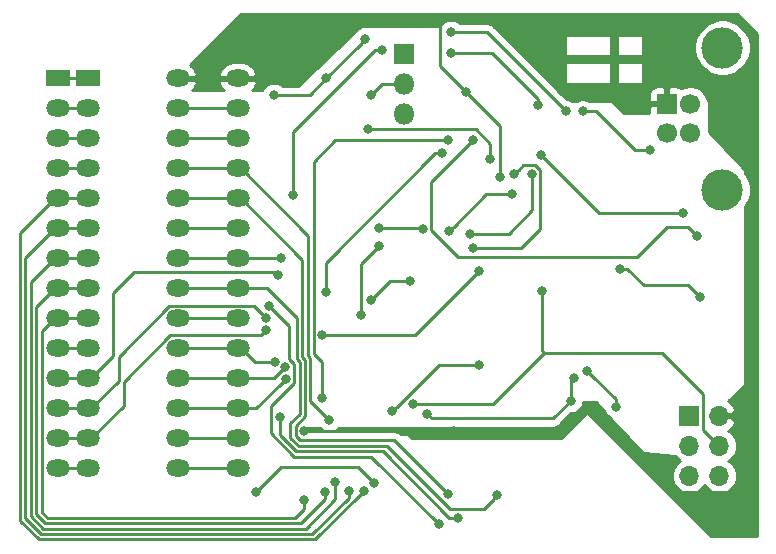
<source format=gbl>
G04 #@! TF.GenerationSoftware,KiCad,Pcbnew,(5.1.0)-1*
G04 #@! TF.CreationDate,2019-05-24T23:33:48-04:00*
G04 #@! TF.ProjectId,f-ramune_avr,662d7261-6d75-46e6-955f-6176722e6b69,rev?*
G04 #@! TF.SameCoordinates,Original*
G04 #@! TF.FileFunction,Copper,L2,Bot*
G04 #@! TF.FilePolarity,Positive*
%FSLAX46Y46*%
G04 Gerber Fmt 4.6, Leading zero omitted, Abs format (unit mm)*
G04 Created by KiCad (PCBNEW (5.1.0)-1) date 2019-05-24 23:33:48*
%MOMM*%
%LPD*%
G04 APERTURE LIST*
%ADD10O,2.000000X1.440000*%
%ADD11R,2.000000X1.440000*%
%ADD12R,1.700000X1.700000*%
%ADD13C,1.700000*%
%ADD14C,3.500000*%
%ADD15O,1.700000X1.700000*%
%ADD16O,1.800000X1.800000*%
%ADD17R,1.800000X1.800000*%
%ADD18C,0.800000*%
%ADD19C,0.250000*%
%ADD20C,0.254000*%
G04 APERTURE END LIST*
D10*
X117221000Y-121920000D03*
X107061000Y-121920000D03*
X117221000Y-119380000D03*
X107061000Y-119380000D03*
X117221000Y-116840000D03*
X107061000Y-116840000D03*
X117221000Y-114300000D03*
X107061000Y-114300000D03*
X117221000Y-111760000D03*
X107061000Y-111760000D03*
X117221000Y-109220000D03*
X107061000Y-109220000D03*
X117221000Y-106680000D03*
X107061000Y-106680000D03*
X117221000Y-104140000D03*
X107061000Y-104140000D03*
X117221000Y-101600000D03*
X107061000Y-101600000D03*
X117221000Y-99060000D03*
X107061000Y-99060000D03*
X117221000Y-96520000D03*
X107061000Y-96520000D03*
X117221000Y-93980000D03*
X107061000Y-93980000D03*
X117221000Y-91440000D03*
X107061000Y-91440000D03*
X117221000Y-88900000D03*
D11*
X107061000Y-88900000D03*
D10*
X117221000Y-88900000D03*
X117221000Y-91440000D03*
X117221000Y-93980000D03*
X117221000Y-96520000D03*
X117221000Y-99060000D03*
X117221000Y-101600000D03*
X117221000Y-104140000D03*
X117221000Y-106680000D03*
X117221000Y-109220000D03*
X117221000Y-111760000D03*
X117221000Y-114300000D03*
X117221000Y-116840000D03*
X117221000Y-119380000D03*
X117221000Y-121920000D03*
X117221000Y-121920000D03*
X117221000Y-119380000D03*
X117221000Y-116840000D03*
X117221000Y-114300000D03*
X117221000Y-111760000D03*
X117221000Y-109220000D03*
X117221000Y-106680000D03*
X117221000Y-104140000D03*
X117221000Y-101600000D03*
X117221000Y-99060000D03*
X117221000Y-96520000D03*
X117221000Y-93980000D03*
X117221000Y-91440000D03*
X117221000Y-88900000D03*
X117221000Y-88900000D03*
X117221000Y-91440000D03*
X117221000Y-93980000D03*
X117221000Y-96520000D03*
X117221000Y-99060000D03*
X117221000Y-101600000D03*
X117221000Y-104140000D03*
X117221000Y-106680000D03*
X117221000Y-109220000D03*
X117221000Y-111760000D03*
X117221000Y-114300000D03*
X117221000Y-116840000D03*
X117221000Y-119380000D03*
X117221000Y-121920000D03*
D11*
X109601000Y-88900000D03*
D10*
X109601000Y-91440000D03*
X109601000Y-93980000D03*
X109601000Y-96520000D03*
X109601000Y-99060000D03*
X109601000Y-101600000D03*
X109601000Y-104140000D03*
X109601000Y-106680000D03*
X109601000Y-109220000D03*
X109601000Y-111760000D03*
X109601000Y-114300000D03*
X109601000Y-116840000D03*
X109601000Y-119380000D03*
X109601000Y-121920000D03*
X122301000Y-121920000D03*
X122301000Y-119380000D03*
X122301000Y-116840000D03*
X122301000Y-114300000D03*
X122301000Y-111760000D03*
X122301000Y-109220000D03*
X122301000Y-106680000D03*
X122301000Y-104140000D03*
X122301000Y-101600000D03*
X122301000Y-99060000D03*
X122301000Y-96520000D03*
X122301000Y-93980000D03*
X122301000Y-91440000D03*
X122301000Y-88900000D03*
X122301000Y-88900000D03*
X122301000Y-91440000D03*
X122301000Y-93980000D03*
X122301000Y-96520000D03*
X122301000Y-99060000D03*
X122301000Y-101600000D03*
X122301000Y-104140000D03*
X122301000Y-106680000D03*
X122301000Y-109220000D03*
X122301000Y-111760000D03*
X122301000Y-114300000D03*
X122301000Y-116840000D03*
X122301000Y-119380000D03*
X122301000Y-121920000D03*
X122301000Y-121920000D03*
X122301000Y-119380000D03*
X122301000Y-116840000D03*
X122301000Y-114300000D03*
X122301000Y-111760000D03*
X122301000Y-109220000D03*
X122301000Y-106680000D03*
X122301000Y-104140000D03*
X122301000Y-101600000D03*
X122301000Y-99060000D03*
X122301000Y-96520000D03*
X122301000Y-93980000D03*
X122301000Y-91440000D03*
X122301000Y-88900000D03*
X122301000Y-88900000D03*
X122301000Y-91440000D03*
X122301000Y-93980000D03*
X122301000Y-96520000D03*
X122301000Y-99060000D03*
X122301000Y-101600000D03*
X122301000Y-104140000D03*
X122301000Y-106680000D03*
X122301000Y-109220000D03*
X122301000Y-111760000D03*
X122301000Y-114300000D03*
X122301000Y-116840000D03*
X122301000Y-119380000D03*
X122301000Y-121920000D03*
D12*
X158623000Y-91059000D03*
D13*
X158623000Y-93559000D03*
X160623000Y-93559000D03*
X160623000Y-91059000D03*
D14*
X163333000Y-86289000D03*
X163333000Y-98329000D03*
D12*
X160528000Y-117475000D03*
D15*
X163068000Y-117475000D03*
X160528000Y-120015000D03*
X163068000Y-120015000D03*
X160528000Y-122555000D03*
X163068000Y-122555000D03*
D16*
X136398000Y-91948000D03*
X136398000Y-89408000D03*
D17*
X136398000Y-86868000D03*
D18*
X151892000Y-116713000D03*
X140589000Y-118745000D03*
X127932043Y-118745000D03*
X141605014Y-90043000D03*
X144526000Y-97281996D03*
X161417000Y-107442000D03*
X154686000Y-105029000D03*
X134239000Y-101599990D03*
X137958990Y-101623402D03*
X132715000Y-108966000D03*
X134239000Y-103124000D03*
X151511000Y-91694000D03*
X154305000Y-116713000D03*
X151892000Y-113665000D03*
X157226026Y-94996000D03*
X137160000Y-116459000D03*
X148082000Y-106934006D03*
X150495000Y-116205000D03*
X150749013Y-114300013D03*
X138339961Y-117274011D03*
X133603992Y-90297000D03*
X150114000Y-91694000D03*
X140335000Y-84963000D03*
X133096000Y-85598000D03*
X129794000Y-88900000D03*
X125349000Y-90297000D03*
X142748002Y-113156994D03*
X135382000Y-117094000D03*
X133858000Y-123190000D03*
X123856571Y-123903151D03*
X132969000Y-123825000D03*
X131699000Y-123825000D03*
X130556000Y-123063000D03*
X129667000Y-123952000D03*
X127889000Y-124587000D03*
X130048002Y-117856000D03*
X139308196Y-126624512D03*
X124967988Y-108204000D03*
X140970000Y-126111006D03*
X125857000Y-117602000D03*
X144272000Y-124205988D03*
X140081000Y-124079000D03*
X140081000Y-94107010D03*
X129463988Y-115951000D03*
X139573000Y-95250000D03*
X129753655Y-106983665D03*
X124677010Y-110236000D03*
X142240000Y-103287990D03*
X145669000Y-97028000D03*
X129445021Y-110617000D03*
X126343998Y-114368686D03*
X142706128Y-105205978D03*
X147193000Y-97028000D03*
X124714000Y-109220000D03*
X141958724Y-102034147D03*
X126302624Y-113369530D03*
X136901340Y-106040340D03*
X133604000Y-107659010D03*
X125730000Y-105537000D03*
X140208000Y-101854000D03*
X145542000Y-98715990D03*
X125410497Y-112917719D03*
X140335000Y-86741000D03*
X147701000Y-91186000D03*
X134493000Y-86487000D03*
X127000000Y-98806000D03*
X125983998Y-104140000D03*
X143637000Y-95758000D03*
X133350000Y-93218000D03*
X142240000Y-94106998D03*
X161162998Y-102234998D03*
X160020000Y-100330000D03*
X147955000Y-95394032D03*
D19*
X118471000Y-88900000D02*
X122301000Y-88900000D01*
X117221000Y-88900000D02*
X118471000Y-88900000D01*
X123551000Y-88900000D02*
X122301000Y-88900000D01*
X128631000Y-83820000D02*
X123551000Y-88900000D01*
X158623000Y-91059000D02*
X158623000Y-89959000D01*
X149860000Y-118745000D02*
X151892000Y-116713000D01*
X140589000Y-118745000D02*
X149860000Y-118745000D01*
X139446000Y-83820000D02*
X128631000Y-83820000D01*
X140589000Y-118745000D02*
X128454685Y-118745000D01*
X128454685Y-118745000D02*
X127932043Y-118745000D01*
X152291999Y-117112999D02*
X151892000Y-116713000D01*
X159131000Y-123952000D02*
X152291999Y-117112999D01*
X161060000Y-123952000D02*
X159639000Y-123952000D01*
X159639000Y-123952000D02*
X159131000Y-123952000D01*
X139446000Y-83820000D02*
X139446000Y-87883986D01*
X141205015Y-89643001D02*
X141605014Y-90043000D01*
X139446000Y-87883986D02*
X141205015Y-89643001D01*
X141605014Y-90043000D02*
X144526000Y-92963986D01*
X144526000Y-96716311D02*
X144526000Y-97281996D01*
X144526000Y-92963986D02*
X144526000Y-96716311D01*
X164465000Y-123952000D02*
X159639000Y-123952000D01*
X165735000Y-122682000D02*
X164465000Y-123952000D01*
X165735000Y-119253000D02*
X165735000Y-122682000D01*
X163068000Y-117475000D02*
X163957000Y-117475000D01*
X163957000Y-117475000D02*
X165735000Y-119253000D01*
X165989000Y-115443000D02*
X163957000Y-117475000D01*
X165989000Y-93091000D02*
X165989000Y-115443000D01*
X162052000Y-89154000D02*
X165989000Y-93091000D01*
X158623000Y-89959000D02*
X158623000Y-89154000D01*
X158623000Y-89154000D02*
X162052000Y-89154000D01*
X156083000Y-83820000D02*
X139446000Y-83820000D01*
X158623000Y-89959000D02*
X158623000Y-86360000D01*
X158623000Y-86360000D02*
X156083000Y-83820000D01*
X155251685Y-105029000D02*
X154686000Y-105029000D01*
X156648685Y-106426000D02*
X155251685Y-105029000D01*
X161417000Y-107442000D02*
X160401000Y-106426000D01*
X160401000Y-106426000D02*
X156648685Y-106426000D01*
X137935578Y-101599990D02*
X137958990Y-101623402D01*
X134239000Y-101599990D02*
X137935578Y-101599990D01*
X132715000Y-104648000D02*
X134239000Y-103124000D01*
X132715000Y-108966000D02*
X132715000Y-104648000D01*
X152291999Y-114064999D02*
X151892000Y-113665000D01*
X154305000Y-116078000D02*
X152291999Y-114064999D01*
X154305000Y-116713000D02*
X154305000Y-116078000D01*
X157226000Y-94996000D02*
X157226026Y-94996000D01*
X155956000Y-94996000D02*
X157226000Y-94996000D01*
X151511000Y-91694000D02*
X152654000Y-91694000D01*
X152654000Y-91694000D02*
X155956000Y-94996000D01*
X158242000Y-112141000D02*
X148209000Y-112141000D01*
X161703001Y-115602001D02*
X158242000Y-112141000D01*
X163068000Y-120015000D02*
X161703001Y-118650001D01*
X161703001Y-118650001D02*
X161703001Y-115602001D01*
X143891000Y-116459000D02*
X137725685Y-116459000D01*
X137725685Y-116459000D02*
X137160000Y-116459000D01*
X148209000Y-112141000D02*
X143891000Y-116459000D01*
X148082000Y-107499691D02*
X148082000Y-106934006D01*
X148082000Y-112014000D02*
X148082000Y-107499691D01*
X148209000Y-112141000D02*
X148082000Y-112014000D01*
X150495000Y-116205000D02*
X150495000Y-114554026D01*
X150495000Y-114554026D02*
X150749013Y-114300013D01*
X149025990Y-117674010D02*
X138739960Y-117674010D01*
X150495000Y-116205000D02*
X149025990Y-117674010D01*
X138739960Y-117674010D02*
X138339961Y-117274011D01*
X108311000Y-121920000D02*
X109601000Y-121920000D01*
X107061000Y-121920000D02*
X108311000Y-121920000D01*
X134003991Y-89897001D02*
X133603992Y-90297000D01*
X134492992Y-89408000D02*
X134003991Y-89897001D01*
X136398000Y-89408000D02*
X134492992Y-89408000D01*
X121051000Y-109220000D02*
X117221000Y-109220000D01*
X122301000Y-109220000D02*
X121051000Y-109220000D01*
X150114000Y-91694000D02*
X143383000Y-84963000D01*
X143383000Y-84963000D02*
X140335000Y-84963000D01*
X140335000Y-84963000D02*
X140335000Y-84963000D01*
X133096000Y-85598000D02*
X132696001Y-85997999D01*
X132696001Y-85997999D02*
X129794000Y-88900000D01*
X129794000Y-88900000D02*
X129794000Y-88900000D01*
X128397000Y-90297000D02*
X129794000Y-88900000D01*
X125349000Y-90297000D02*
X128397000Y-90297000D01*
X108311000Y-111760000D02*
X109601000Y-111760000D01*
X107061000Y-111760000D02*
X108311000Y-111760000D01*
X135781999Y-116694001D02*
X135382000Y-117094000D01*
X139319006Y-113156994D02*
X135781999Y-116694001D01*
X142748002Y-113156994D02*
X139319006Y-113156994D01*
X107061000Y-93980000D02*
X109601000Y-93980000D01*
X108351000Y-96520000D02*
X107061000Y-96520000D01*
X109601000Y-96520000D02*
X108351000Y-96520000D01*
X125966722Y-121793000D02*
X123856571Y-123903151D01*
X133858000Y-123190000D02*
X132461000Y-121793000D01*
X132461000Y-121793000D02*
X125966722Y-121793000D01*
X107061000Y-99060000D02*
X109601000Y-99060000D01*
X103855010Y-126334010D02*
X105440990Y-127919990D01*
X103855010Y-101985990D02*
X103855010Y-126334010D01*
X106781000Y-99060000D02*
X103855010Y-101985990D01*
X107061000Y-99060000D02*
X106781000Y-99060000D01*
X132569001Y-124224999D02*
X132969000Y-123825000D01*
X128874010Y-127919990D02*
X132569001Y-124224999D01*
X105440990Y-127919990D02*
X128874010Y-127919990D01*
X108351000Y-101600000D02*
X107061000Y-101600000D01*
X109601000Y-101600000D02*
X108351000Y-101600000D01*
X104305020Y-126147610D02*
X105627390Y-127469980D01*
X104305020Y-104075980D02*
X104305020Y-126147610D01*
X105627390Y-127469980D02*
X128619705Y-127469980D01*
X131699000Y-124390685D02*
X131699000Y-123825000D01*
X128619705Y-127469980D02*
X131699000Y-124390685D01*
X107061000Y-101600000D02*
X106781000Y-101600000D01*
X106781000Y-101600000D02*
X104305020Y-104075980D01*
X108311000Y-104140000D02*
X109601000Y-104140000D01*
X107061000Y-104140000D02*
X108311000Y-104140000D01*
X128053715Y-127019970D02*
X130556000Y-124517685D01*
X107061000Y-104140000D02*
X106781000Y-104140000D01*
X104755030Y-106165970D02*
X104755030Y-125961210D01*
X104755030Y-125961210D02*
X105813790Y-127019970D01*
X130556000Y-124517685D02*
X130556000Y-123628685D01*
X130556000Y-123628685D02*
X130556000Y-123063000D01*
X106781000Y-104140000D02*
X104755030Y-106165970D01*
X105813790Y-127019970D02*
X128053715Y-127019970D01*
X108351000Y-106680000D02*
X107061000Y-106680000D01*
X109601000Y-106680000D02*
X108351000Y-106680000D01*
X127614725Y-126569960D02*
X129667000Y-124517685D01*
X105205040Y-125774810D02*
X106000190Y-126569960D01*
X106000190Y-126569960D02*
X127614725Y-126569960D01*
X105205040Y-108255960D02*
X105205040Y-125774810D01*
X106781000Y-106680000D02*
X105205040Y-108255960D01*
X107061000Y-106680000D02*
X106781000Y-106680000D01*
X129667000Y-124517685D02*
X129667000Y-123952000D01*
X108311000Y-109220000D02*
X109601000Y-109220000D01*
X107061000Y-109220000D02*
X108311000Y-109220000D01*
X127889000Y-125349000D02*
X127889000Y-124587000D01*
X106781000Y-109220000D02*
X105735990Y-110265010D01*
X107061000Y-109220000D02*
X106781000Y-109220000D01*
X105735990Y-110265010D02*
X105735990Y-125669350D01*
X105735990Y-125669350D02*
X106186590Y-126119950D01*
X106186590Y-126119950D02*
X127118050Y-126119950D01*
X127118050Y-126119950D02*
X127889000Y-125349000D01*
X122301000Y-96520000D02*
X117221000Y-96520000D01*
X128440035Y-116248033D02*
X129648003Y-117456001D01*
X122581000Y-96520000D02*
X128270000Y-102209000D01*
X128270000Y-102209000D02*
X128270000Y-112381291D01*
X128440035Y-112551326D02*
X128440035Y-116248033D01*
X122301000Y-96520000D02*
X122581000Y-96520000D01*
X128270000Y-112381291D02*
X128440035Y-112551326D01*
X129648003Y-117456001D02*
X130048002Y-117856000D01*
X108311000Y-88900000D02*
X109601000Y-88900000D01*
X107061000Y-88900000D02*
X108311000Y-88900000D01*
X117221000Y-93980000D02*
X122301000Y-93980000D01*
X126651774Y-109887786D02*
X125367987Y-108603999D01*
X126651774Y-112672298D02*
X126651774Y-109887786D01*
X127090002Y-113110526D02*
X126651774Y-112672298D01*
X125095000Y-118933233D02*
X125095000Y-116643004D01*
X127076786Y-120915019D02*
X125095000Y-118933233D01*
X133598705Y-120915021D02*
X127076786Y-120915019D01*
X139308196Y-126624512D02*
X133598705Y-120915021D01*
X125095000Y-116643004D02*
X127090002Y-114648002D01*
X125367987Y-108603999D02*
X124967988Y-108204000D01*
X127090002Y-114648002D02*
X127090002Y-113110526D01*
X109601000Y-91440000D02*
X107061000Y-91440000D01*
X122301000Y-101600000D02*
X117221000Y-101600000D01*
X125857000Y-118167685D02*
X125857000Y-117602000D01*
X125857000Y-119058823D02*
X125857000Y-118167685D01*
X134562011Y-120465011D02*
X127263187Y-120465010D01*
X140208006Y-126111006D02*
X134562011Y-120465011D01*
X140970000Y-126111006D02*
X140208006Y-126111006D01*
X127263187Y-120465010D02*
X125857000Y-119058823D01*
X118471000Y-106680000D02*
X122301000Y-106680000D01*
X117221000Y-106680000D02*
X118471000Y-106680000D01*
X126757022Y-119322434D02*
X127449588Y-120015000D01*
X122301000Y-106680000D02*
X124771004Y-106680000D01*
X124771004Y-106680000D02*
X127307012Y-109216008D01*
X126757022Y-118098978D02*
X126757022Y-119322434D01*
X127449588Y-120015000D02*
X134943998Y-120015000D01*
X127540013Y-117315987D02*
X126757022Y-118098978D01*
X127540013Y-112924126D02*
X127540013Y-117315987D01*
X127307012Y-112691125D02*
X127540013Y-112924126D01*
X127307012Y-109216008D02*
X127307012Y-112691125D01*
X134943998Y-120015000D02*
X140277998Y-125349000D01*
X140277998Y-125349000D02*
X143128988Y-125349000D01*
X143128988Y-125349000D02*
X143872001Y-124605987D01*
X143872001Y-124605987D02*
X144272000Y-124205988D01*
X117221000Y-99060000D02*
X122301000Y-99060000D01*
X139681001Y-123679001D02*
X140081000Y-124079000D01*
X135509000Y-119507000D02*
X139681001Y-123679001D01*
X127207033Y-119136035D02*
X127577998Y-119507000D01*
X127577998Y-119507000D02*
X135509000Y-119507000D01*
X127990024Y-112737726D02*
X127990024Y-117502387D01*
X127757023Y-112504725D02*
X127990024Y-112737726D01*
X127757023Y-104236023D02*
X127757023Y-112504725D01*
X127990024Y-117502387D02*
X127207033Y-118285377D01*
X122581000Y-99060000D02*
X127757023Y-104236023D01*
X122301000Y-99060000D02*
X122581000Y-99060000D01*
X127207033Y-118285377D02*
X127207033Y-119136035D01*
X118471000Y-121920000D02*
X122301000Y-121920000D01*
X117221000Y-121920000D02*
X118471000Y-121920000D01*
X129463988Y-112938868D02*
X129463988Y-115385315D01*
X128720011Y-95942989D02*
X128720011Y-112194891D01*
X128720011Y-112194891D02*
X129463988Y-112938868D01*
X129463988Y-115385315D02*
X129463988Y-115951000D01*
X130555990Y-94107010D02*
X128720011Y-95942989D01*
X140081000Y-94107010D02*
X130555990Y-94107010D01*
X121051000Y-119380000D02*
X117221000Y-119380000D01*
X122301000Y-119380000D02*
X121051000Y-119380000D01*
X129753655Y-104503660D02*
X129753655Y-106417980D01*
X129753655Y-106417980D02*
X129753655Y-106983665D01*
X139007315Y-95250000D02*
X129753655Y-104503660D01*
X139573000Y-95250000D02*
X139007315Y-95250000D01*
X109601000Y-119380000D02*
X107061000Y-119380000D01*
X124277011Y-110635999D02*
X124677010Y-110236000D01*
X112660020Y-116600980D02*
X112660020Y-114563113D01*
X116587134Y-110635999D02*
X124277011Y-110635999D01*
X112660020Y-114563113D02*
X116587134Y-110635999D01*
X109601000Y-119380000D02*
X109881000Y-119380000D01*
X109881000Y-119380000D02*
X112660020Y-116600980D01*
X146267010Y-103287990D02*
X147918001Y-101636999D01*
X142240000Y-103287990D02*
X146267010Y-103287990D01*
X147918001Y-101636999D02*
X147918001Y-96679999D01*
X147918001Y-96679999D02*
X147485003Y-96247001D01*
X147485003Y-96247001D02*
X146449999Y-96247001D01*
X146068999Y-96628001D02*
X145669000Y-97028000D01*
X146449999Y-96247001D02*
X146068999Y-96628001D01*
X118471000Y-116840000D02*
X122301000Y-116840000D01*
X117221000Y-116840000D02*
X118471000Y-116840000D01*
X125943999Y-114768685D02*
X126343998Y-114368686D01*
X122301000Y-116840000D02*
X123872684Y-116840000D01*
X123872684Y-116840000D02*
X125943999Y-114768685D01*
X129445021Y-110617000D02*
X137295106Y-110617000D01*
X142306129Y-105605977D02*
X142706128Y-105205978D01*
X137295106Y-110617000D02*
X142306129Y-105605977D01*
X107061000Y-116840000D02*
X109601000Y-116840000D01*
X123668990Y-108174990D02*
X124314001Y-108820001D01*
X124314001Y-108820001D02*
X124714000Y-109220000D01*
X112210010Y-114510990D02*
X112210010Y-112473123D01*
X109881000Y-116840000D02*
X112210010Y-114510990D01*
X109601000Y-116840000D02*
X109881000Y-116840000D01*
X116508143Y-108174990D02*
X123668990Y-108174990D01*
X112210010Y-112473123D02*
X116508143Y-108174990D01*
X142524409Y-102034147D02*
X141958724Y-102034147D01*
X145234853Y-102034147D02*
X142524409Y-102034147D01*
X147193000Y-97028000D02*
X147193000Y-100076000D01*
X147193000Y-100076000D02*
X145234853Y-102034147D01*
X122301000Y-114300000D02*
X117221000Y-114300000D01*
X125372154Y-114300000D02*
X125902625Y-113769529D01*
X122301000Y-114300000D02*
X125372154Y-114300000D01*
X125902625Y-113769529D02*
X126302624Y-113369530D01*
X134003999Y-107259011D02*
X133604000Y-107659010D01*
X136901340Y-106040340D02*
X135222670Y-106040340D01*
X135222670Y-106040340D02*
X134003999Y-107259011D01*
X108351000Y-114300000D02*
X107061000Y-114300000D01*
X109601000Y-114300000D02*
X108351000Y-114300000D01*
X125476000Y-105283000D02*
X125730000Y-105537000D01*
X113538000Y-105283000D02*
X125476000Y-105283000D01*
X111760000Y-107061000D02*
X113538000Y-105283000D01*
X111760000Y-112421000D02*
X111760000Y-107061000D01*
X109601000Y-114300000D02*
X109881000Y-114300000D01*
X109881000Y-114300000D02*
X111760000Y-112421000D01*
X140607999Y-101454001D02*
X140208000Y-101854000D01*
X143346010Y-98715990D02*
X140607999Y-101454001D01*
X145542000Y-98715990D02*
X143346010Y-98715990D01*
X117221000Y-111760000D02*
X122301000Y-111760000D01*
X123738719Y-112917719D02*
X124844812Y-112917719D01*
X122301000Y-111760000D02*
X122581000Y-111760000D01*
X122581000Y-111760000D02*
X123738719Y-112917719D01*
X124844812Y-112917719D02*
X125410497Y-112917719D01*
X117221000Y-104140000D02*
X122301000Y-104140000D01*
X140900685Y-86741000D02*
X140335000Y-86741000D01*
X143821685Y-86741000D02*
X140900685Y-86741000D01*
X147701000Y-90620315D02*
X143821685Y-86741000D01*
X147701000Y-91186000D02*
X147701000Y-90620315D01*
X133927315Y-86487000D02*
X127000000Y-93414315D01*
X134493000Y-86487000D02*
X133927315Y-86487000D01*
X127000000Y-93414315D02*
X127000000Y-98806000D01*
X127000000Y-98806000D02*
X127000000Y-98806000D01*
X122301000Y-104140000D02*
X125983998Y-104140000D01*
X117221000Y-91440000D02*
X122301000Y-91440000D01*
X142424004Y-93218000D02*
X143637000Y-94430996D01*
X133350000Y-93218000D02*
X142424004Y-93218000D01*
X143637000Y-94430996D02*
X143637000Y-95758000D01*
X160401000Y-101473000D02*
X161162998Y-102234998D01*
X138684000Y-97662998D02*
X138684000Y-101727000D01*
X142240000Y-94106998D02*
X138684000Y-97662998D01*
X138684000Y-101727000D02*
X140970000Y-104013000D01*
X140970000Y-104013000D02*
X156083000Y-104013000D01*
X156083000Y-104013000D02*
X158623000Y-101473000D01*
X158623000Y-101473000D02*
X160401000Y-101473000D01*
X160020000Y-100330000D02*
X152890968Y-100330000D01*
X148354999Y-95794031D02*
X147955000Y-95394032D01*
X152890968Y-100330000D02*
X148354999Y-95794031D01*
D20*
G36*
X166218000Y-85109381D02*
G01*
X166218001Y-127610000D01*
X162333606Y-127610000D01*
X151981803Y-117258197D01*
X151962557Y-117242403D01*
X151940601Y-117230667D01*
X151916776Y-117223440D01*
X151892000Y-117221000D01*
X151867224Y-117223440D01*
X151843399Y-117230667D01*
X151821443Y-117242403D01*
X151802197Y-117258197D01*
X149680394Y-119380000D01*
X137085606Y-119380000D01*
X136741803Y-119036197D01*
X136722557Y-119020403D01*
X136700601Y-119008667D01*
X136676776Y-119001440D01*
X136652000Y-118999000D01*
X136075801Y-118999000D01*
X136072804Y-118996003D01*
X136049001Y-118966999D01*
X135933276Y-118872026D01*
X135801247Y-118801454D01*
X135657986Y-118757997D01*
X135546333Y-118747000D01*
X135546322Y-118747000D01*
X135509000Y-118743324D01*
X135471678Y-118747000D01*
X130577477Y-118747000D01*
X130707776Y-118659937D01*
X130851939Y-118515774D01*
X130868492Y-118491000D01*
X149098000Y-118491000D01*
X149122776Y-118488560D01*
X149146601Y-118481333D01*
X149168557Y-118469597D01*
X149187803Y-118453803D01*
X149237585Y-118404021D01*
X149318237Y-118379556D01*
X149450266Y-118308984D01*
X149565991Y-118214011D01*
X149589794Y-118185007D01*
X150534802Y-117240000D01*
X150596939Y-117240000D01*
X150796898Y-117200226D01*
X150985256Y-117122205D01*
X151154774Y-117008937D01*
X151298937Y-116864774D01*
X151412205Y-116695256D01*
X151490226Y-116506898D01*
X151525015Y-116332000D01*
X152599127Y-116332000D01*
X153363162Y-117143787D01*
X153387795Y-117203256D01*
X153501063Y-117372774D01*
X153645226Y-117516937D01*
X153814744Y-117630205D01*
X153824943Y-117634430D01*
X156625519Y-120610041D01*
X156644277Y-120626411D01*
X156665868Y-120638807D01*
X156689462Y-120646752D01*
X156706291Y-120649459D01*
X159326753Y-120892094D01*
X159472866Y-121070134D01*
X159698986Y-121255706D01*
X159753791Y-121285000D01*
X159698986Y-121314294D01*
X159472866Y-121499866D01*
X159287294Y-121725986D01*
X159149401Y-121983966D01*
X159064487Y-122263889D01*
X159035815Y-122555000D01*
X159064487Y-122846111D01*
X159149401Y-123126034D01*
X159287294Y-123384014D01*
X159472866Y-123610134D01*
X159698986Y-123795706D01*
X159956966Y-123933599D01*
X160236889Y-124018513D01*
X160455050Y-124040000D01*
X160600950Y-124040000D01*
X160819111Y-124018513D01*
X161099034Y-123933599D01*
X161357014Y-123795706D01*
X161583134Y-123610134D01*
X161768706Y-123384014D01*
X161798000Y-123329209D01*
X161827294Y-123384014D01*
X162012866Y-123610134D01*
X162238986Y-123795706D01*
X162496966Y-123933599D01*
X162776889Y-124018513D01*
X162995050Y-124040000D01*
X163140950Y-124040000D01*
X163359111Y-124018513D01*
X163639034Y-123933599D01*
X163897014Y-123795706D01*
X164123134Y-123610134D01*
X164308706Y-123384014D01*
X164446599Y-123126034D01*
X164531513Y-122846111D01*
X164560185Y-122555000D01*
X164531513Y-122263889D01*
X164446599Y-121983966D01*
X164308706Y-121725986D01*
X164123134Y-121499866D01*
X163897014Y-121314294D01*
X163842209Y-121285000D01*
X163897014Y-121255706D01*
X164123134Y-121070134D01*
X164308706Y-120844014D01*
X164446599Y-120586034D01*
X164531513Y-120306111D01*
X164560185Y-120015000D01*
X164531513Y-119723889D01*
X164446599Y-119443966D01*
X164308706Y-119185986D01*
X164123134Y-118959866D01*
X163897014Y-118774294D01*
X163832477Y-118739799D01*
X163949355Y-118670178D01*
X164165588Y-118475269D01*
X164339641Y-118241920D01*
X164464825Y-117979099D01*
X164509476Y-117831890D01*
X164388155Y-117602000D01*
X163195000Y-117602000D01*
X163195000Y-117622000D01*
X162941000Y-117622000D01*
X162941000Y-117602000D01*
X162921000Y-117602000D01*
X162921000Y-117348000D01*
X162941000Y-117348000D01*
X162941000Y-117328000D01*
X163195000Y-117328000D01*
X163195000Y-117348000D01*
X164388155Y-117348000D01*
X164509476Y-117118110D01*
X164464825Y-116970901D01*
X164339641Y-116708080D01*
X164165588Y-116474731D01*
X163949355Y-116279822D01*
X163779723Y-116178777D01*
X163788429Y-116171972D01*
X165185429Y-114901972D01*
X165202121Y-114883500D01*
X165214888Y-114862127D01*
X165223240Y-114838673D01*
X165227000Y-114808000D01*
X165227000Y-99787315D01*
X165446560Y-99458721D01*
X165626346Y-99024679D01*
X165718000Y-98563902D01*
X165718000Y-98094098D01*
X165626346Y-97633321D01*
X165446560Y-97199279D01*
X165227000Y-96870685D01*
X165227000Y-96647000D01*
X165224560Y-96622224D01*
X165217333Y-96598399D01*
X165205597Y-96576443D01*
X165191616Y-96559048D01*
X162179000Y-93420906D01*
X162179000Y-90805000D01*
X162176560Y-90780224D01*
X162169333Y-90756399D01*
X162157597Y-90734443D01*
X162141803Y-90715197D01*
X162049860Y-90623254D01*
X161938990Y-90355589D01*
X161776475Y-90112368D01*
X161569632Y-89905525D01*
X161326411Y-89743010D01*
X161056158Y-89631068D01*
X160769260Y-89574000D01*
X160476740Y-89574000D01*
X160189842Y-89631068D01*
X159919589Y-89743010D01*
X159912178Y-89747962D01*
X159827494Y-89678463D01*
X159717180Y-89619498D01*
X159597482Y-89583188D01*
X159473000Y-89570928D01*
X158908750Y-89574000D01*
X158750000Y-89732750D01*
X158750000Y-90932000D01*
X158770000Y-90932000D01*
X158770000Y-91186000D01*
X158750000Y-91186000D01*
X158750000Y-91206000D01*
X158496000Y-91206000D01*
X158496000Y-91186000D01*
X157296750Y-91186000D01*
X157138000Y-91344750D01*
X157135407Y-91821000D01*
X154992606Y-91821000D01*
X154013803Y-90842197D01*
X153994557Y-90826403D01*
X153972601Y-90814667D01*
X153948776Y-90807440D01*
X153924000Y-90805000D01*
X152043468Y-90805000D01*
X152001256Y-90776795D01*
X151812898Y-90698774D01*
X151612939Y-90659000D01*
X151409061Y-90659000D01*
X151209102Y-90698774D01*
X151020744Y-90776795D01*
X150978532Y-90805000D01*
X150646468Y-90805000D01*
X150604256Y-90776795D01*
X150415898Y-90698774D01*
X150215939Y-90659000D01*
X150153803Y-90659000D01*
X149703803Y-90209000D01*
X157134928Y-90209000D01*
X157138000Y-90773250D01*
X157296750Y-90932000D01*
X158496000Y-90932000D01*
X158496000Y-89732750D01*
X158337250Y-89574000D01*
X157773000Y-89570928D01*
X157648518Y-89583188D01*
X157528820Y-89619498D01*
X157418506Y-89678463D01*
X157321815Y-89757815D01*
X157242463Y-89854506D01*
X157183498Y-89964820D01*
X157147188Y-90084518D01*
X157134928Y-90209000D01*
X149703803Y-90209000D01*
X147124803Y-87630000D01*
X149987000Y-87630000D01*
X149987000Y-89281000D01*
X149989440Y-89305776D01*
X149996667Y-89329601D01*
X150008403Y-89351557D01*
X150024197Y-89370803D01*
X150043443Y-89386597D01*
X150065399Y-89398333D01*
X150089224Y-89405560D01*
X150114000Y-89408000D01*
X153797000Y-89408000D01*
X153821776Y-89405560D01*
X153845601Y-89398333D01*
X153867557Y-89386597D01*
X153886803Y-89370803D01*
X153902597Y-89351557D01*
X153914333Y-89329601D01*
X153921560Y-89305776D01*
X153924000Y-89281000D01*
X153924000Y-87630000D01*
X154432000Y-87630000D01*
X154432000Y-89281000D01*
X154434440Y-89305776D01*
X154441667Y-89329601D01*
X154453403Y-89351557D01*
X154469197Y-89370803D01*
X154488443Y-89386597D01*
X154510399Y-89398333D01*
X154534224Y-89405560D01*
X154559000Y-89408000D01*
X156464000Y-89408000D01*
X156488776Y-89405560D01*
X156512601Y-89398333D01*
X156534557Y-89386597D01*
X156553803Y-89370803D01*
X156569597Y-89351557D01*
X156581333Y-89329601D01*
X156588560Y-89305776D01*
X156591000Y-89281000D01*
X156591000Y-87630000D01*
X156588560Y-87605224D01*
X156581333Y-87581399D01*
X156569597Y-87559443D01*
X156553803Y-87540197D01*
X156534557Y-87524403D01*
X156512601Y-87512667D01*
X156488776Y-87505440D01*
X156464000Y-87503000D01*
X154559000Y-87503000D01*
X154534224Y-87505440D01*
X154510399Y-87512667D01*
X154488443Y-87524403D01*
X154469197Y-87540197D01*
X154453403Y-87559443D01*
X154441667Y-87581399D01*
X154434440Y-87605224D01*
X154432000Y-87630000D01*
X153924000Y-87630000D01*
X153921560Y-87605224D01*
X153914333Y-87581399D01*
X153902597Y-87559443D01*
X153886803Y-87540197D01*
X153867557Y-87524403D01*
X153845601Y-87512667D01*
X153821776Y-87505440D01*
X153797000Y-87503000D01*
X150114000Y-87503000D01*
X150089224Y-87505440D01*
X150065399Y-87512667D01*
X150043443Y-87524403D01*
X150024197Y-87540197D01*
X150008403Y-87559443D01*
X149996667Y-87581399D01*
X149989440Y-87605224D01*
X149987000Y-87630000D01*
X147124803Y-87630000D01*
X144838802Y-85344000D01*
X149987000Y-85344000D01*
X149987000Y-86868000D01*
X149989440Y-86892776D01*
X149996667Y-86916601D01*
X150008403Y-86938557D01*
X150024197Y-86957803D01*
X150043443Y-86973597D01*
X150065399Y-86985333D01*
X150089224Y-86992560D01*
X150114000Y-86995000D01*
X153797000Y-86995000D01*
X153821776Y-86992560D01*
X153845601Y-86985333D01*
X153867557Y-86973597D01*
X153886803Y-86957803D01*
X153902597Y-86938557D01*
X153914333Y-86916601D01*
X153921560Y-86892776D01*
X153924000Y-86868000D01*
X153924000Y-85344000D01*
X154432000Y-85344000D01*
X154432000Y-86868000D01*
X154434440Y-86892776D01*
X154441667Y-86916601D01*
X154453403Y-86938557D01*
X154469197Y-86957803D01*
X154488443Y-86973597D01*
X154510399Y-86985333D01*
X154534224Y-86992560D01*
X154559000Y-86995000D01*
X156464000Y-86995000D01*
X156488776Y-86992560D01*
X156512601Y-86985333D01*
X156534557Y-86973597D01*
X156553803Y-86957803D01*
X156569597Y-86938557D01*
X156581333Y-86916601D01*
X156588560Y-86892776D01*
X156591000Y-86868000D01*
X156591000Y-86054098D01*
X160948000Y-86054098D01*
X160948000Y-86523902D01*
X161039654Y-86984679D01*
X161219440Y-87418721D01*
X161480450Y-87809349D01*
X161812651Y-88141550D01*
X162203279Y-88402560D01*
X162637321Y-88582346D01*
X163098098Y-88674000D01*
X163567902Y-88674000D01*
X164028679Y-88582346D01*
X164462721Y-88402560D01*
X164853349Y-88141550D01*
X165185550Y-87809349D01*
X165446560Y-87418721D01*
X165626346Y-86984679D01*
X165718000Y-86523902D01*
X165718000Y-86054098D01*
X165626346Y-85593321D01*
X165446560Y-85159279D01*
X165185550Y-84768651D01*
X164853349Y-84436450D01*
X164462721Y-84175440D01*
X164028679Y-83995654D01*
X163567902Y-83904000D01*
X163098098Y-83904000D01*
X162637321Y-83995654D01*
X162203279Y-84175440D01*
X161812651Y-84436450D01*
X161480450Y-84768651D01*
X161219440Y-85159279D01*
X161039654Y-85593321D01*
X160948000Y-86054098D01*
X156591000Y-86054098D01*
X156591000Y-85344000D01*
X156588560Y-85319224D01*
X156581333Y-85295399D01*
X156569597Y-85273443D01*
X156553803Y-85254197D01*
X156534557Y-85238403D01*
X156512601Y-85226667D01*
X156488776Y-85219440D01*
X156464000Y-85217000D01*
X154559000Y-85217000D01*
X154534224Y-85219440D01*
X154510399Y-85226667D01*
X154488443Y-85238403D01*
X154469197Y-85254197D01*
X154453403Y-85273443D01*
X154441667Y-85295399D01*
X154434440Y-85319224D01*
X154432000Y-85344000D01*
X153924000Y-85344000D01*
X153921560Y-85319224D01*
X153914333Y-85295399D01*
X153902597Y-85273443D01*
X153886803Y-85254197D01*
X153867557Y-85238403D01*
X153845601Y-85226667D01*
X153821776Y-85219440D01*
X153797000Y-85217000D01*
X150114000Y-85217000D01*
X150089224Y-85219440D01*
X150065399Y-85226667D01*
X150043443Y-85238403D01*
X150024197Y-85254197D01*
X150008403Y-85273443D01*
X149996667Y-85295399D01*
X149989440Y-85319224D01*
X149987000Y-85344000D01*
X144838802Y-85344000D01*
X143946804Y-84452003D01*
X143923001Y-84422999D01*
X143807276Y-84328026D01*
X143675247Y-84257454D01*
X143531986Y-84213997D01*
X143420333Y-84203000D01*
X143420322Y-84203000D01*
X143383000Y-84199324D01*
X143345678Y-84203000D01*
X141038711Y-84203000D01*
X140994774Y-84159063D01*
X140825256Y-84045795D01*
X140636898Y-83967774D01*
X140436939Y-83928000D01*
X140233061Y-83928000D01*
X140033102Y-83967774D01*
X139844744Y-84045795D01*
X139675226Y-84159063D01*
X139531063Y-84303226D01*
X139429651Y-84455000D01*
X132842000Y-84455000D01*
X132817224Y-84457440D01*
X132793399Y-84464667D01*
X132771443Y-84476403D01*
X132755274Y-84489223D01*
X127355327Y-89537000D01*
X126052711Y-89537000D01*
X126008774Y-89493063D01*
X125839256Y-89379795D01*
X125650898Y-89301774D01*
X125450939Y-89262000D01*
X125247061Y-89262000D01*
X125047102Y-89301774D01*
X124858744Y-89379795D01*
X124689226Y-89493063D01*
X124545063Y-89637226D01*
X124431795Y-89806744D01*
X124386539Y-89916000D01*
X123479859Y-89916000D01*
X123628933Y-89768327D01*
X123778199Y-89547201D01*
X123881458Y-89301203D01*
X123893559Y-89236472D01*
X123770489Y-89027000D01*
X122428000Y-89027000D01*
X122428000Y-89047000D01*
X122174000Y-89047000D01*
X122174000Y-89027000D01*
X120831511Y-89027000D01*
X120708441Y-89236472D01*
X120720542Y-89301203D01*
X120823801Y-89547201D01*
X120973067Y-89768327D01*
X121122141Y-89916000D01*
X118399859Y-89916000D01*
X118548933Y-89768327D01*
X118698199Y-89547201D01*
X118801458Y-89301203D01*
X118813559Y-89236472D01*
X118690489Y-89027000D01*
X117348000Y-89027000D01*
X117348000Y-89047000D01*
X117094000Y-89047000D01*
X117094000Y-89027000D01*
X117074000Y-89027000D01*
X117074000Y-88773000D01*
X117094000Y-88773000D01*
X117094000Y-88753000D01*
X117348000Y-88753000D01*
X117348000Y-88773000D01*
X118690489Y-88773000D01*
X118813559Y-88563528D01*
X120708441Y-88563528D01*
X120831511Y-88773000D01*
X122174000Y-88773000D01*
X122174000Y-88753000D01*
X122428000Y-88753000D01*
X122428000Y-88773000D01*
X123770489Y-88773000D01*
X123893559Y-88563528D01*
X123881458Y-88498797D01*
X123778199Y-88252799D01*
X123628933Y-88031673D01*
X123439395Y-87843916D01*
X123216869Y-87696744D01*
X122969907Y-87595812D01*
X122708000Y-87545000D01*
X121894000Y-87545000D01*
X121632093Y-87595812D01*
X121385131Y-87696744D01*
X121162605Y-87843916D01*
X120973067Y-88031673D01*
X120823801Y-88252799D01*
X120720542Y-88498797D01*
X120708441Y-88563528D01*
X118813559Y-88563528D01*
X118801458Y-88498797D01*
X118698199Y-88252799D01*
X118548933Y-88031673D01*
X118359395Y-87843916D01*
X118265072Y-87781534D01*
X122582606Y-83464000D01*
X164572620Y-83464000D01*
X166218000Y-85109381D01*
X166218000Y-85109381D01*
G37*
X166218000Y-85109381D02*
X166218001Y-127610000D01*
X162333606Y-127610000D01*
X151981803Y-117258197D01*
X151962557Y-117242403D01*
X151940601Y-117230667D01*
X151916776Y-117223440D01*
X151892000Y-117221000D01*
X151867224Y-117223440D01*
X151843399Y-117230667D01*
X151821443Y-117242403D01*
X151802197Y-117258197D01*
X149680394Y-119380000D01*
X137085606Y-119380000D01*
X136741803Y-119036197D01*
X136722557Y-119020403D01*
X136700601Y-119008667D01*
X136676776Y-119001440D01*
X136652000Y-118999000D01*
X136075801Y-118999000D01*
X136072804Y-118996003D01*
X136049001Y-118966999D01*
X135933276Y-118872026D01*
X135801247Y-118801454D01*
X135657986Y-118757997D01*
X135546333Y-118747000D01*
X135546322Y-118747000D01*
X135509000Y-118743324D01*
X135471678Y-118747000D01*
X130577477Y-118747000D01*
X130707776Y-118659937D01*
X130851939Y-118515774D01*
X130868492Y-118491000D01*
X149098000Y-118491000D01*
X149122776Y-118488560D01*
X149146601Y-118481333D01*
X149168557Y-118469597D01*
X149187803Y-118453803D01*
X149237585Y-118404021D01*
X149318237Y-118379556D01*
X149450266Y-118308984D01*
X149565991Y-118214011D01*
X149589794Y-118185007D01*
X150534802Y-117240000D01*
X150596939Y-117240000D01*
X150796898Y-117200226D01*
X150985256Y-117122205D01*
X151154774Y-117008937D01*
X151298937Y-116864774D01*
X151412205Y-116695256D01*
X151490226Y-116506898D01*
X151525015Y-116332000D01*
X152599127Y-116332000D01*
X153363162Y-117143787D01*
X153387795Y-117203256D01*
X153501063Y-117372774D01*
X153645226Y-117516937D01*
X153814744Y-117630205D01*
X153824943Y-117634430D01*
X156625519Y-120610041D01*
X156644277Y-120626411D01*
X156665868Y-120638807D01*
X156689462Y-120646752D01*
X156706291Y-120649459D01*
X159326753Y-120892094D01*
X159472866Y-121070134D01*
X159698986Y-121255706D01*
X159753791Y-121285000D01*
X159698986Y-121314294D01*
X159472866Y-121499866D01*
X159287294Y-121725986D01*
X159149401Y-121983966D01*
X159064487Y-122263889D01*
X159035815Y-122555000D01*
X159064487Y-122846111D01*
X159149401Y-123126034D01*
X159287294Y-123384014D01*
X159472866Y-123610134D01*
X159698986Y-123795706D01*
X159956966Y-123933599D01*
X160236889Y-124018513D01*
X160455050Y-124040000D01*
X160600950Y-124040000D01*
X160819111Y-124018513D01*
X161099034Y-123933599D01*
X161357014Y-123795706D01*
X161583134Y-123610134D01*
X161768706Y-123384014D01*
X161798000Y-123329209D01*
X161827294Y-123384014D01*
X162012866Y-123610134D01*
X162238986Y-123795706D01*
X162496966Y-123933599D01*
X162776889Y-124018513D01*
X162995050Y-124040000D01*
X163140950Y-124040000D01*
X163359111Y-124018513D01*
X163639034Y-123933599D01*
X163897014Y-123795706D01*
X164123134Y-123610134D01*
X164308706Y-123384014D01*
X164446599Y-123126034D01*
X164531513Y-122846111D01*
X164560185Y-122555000D01*
X164531513Y-122263889D01*
X164446599Y-121983966D01*
X164308706Y-121725986D01*
X164123134Y-121499866D01*
X163897014Y-121314294D01*
X163842209Y-121285000D01*
X163897014Y-121255706D01*
X164123134Y-121070134D01*
X164308706Y-120844014D01*
X164446599Y-120586034D01*
X164531513Y-120306111D01*
X164560185Y-120015000D01*
X164531513Y-119723889D01*
X164446599Y-119443966D01*
X164308706Y-119185986D01*
X164123134Y-118959866D01*
X163897014Y-118774294D01*
X163832477Y-118739799D01*
X163949355Y-118670178D01*
X164165588Y-118475269D01*
X164339641Y-118241920D01*
X164464825Y-117979099D01*
X164509476Y-117831890D01*
X164388155Y-117602000D01*
X163195000Y-117602000D01*
X163195000Y-117622000D01*
X162941000Y-117622000D01*
X162941000Y-117602000D01*
X162921000Y-117602000D01*
X162921000Y-117348000D01*
X162941000Y-117348000D01*
X162941000Y-117328000D01*
X163195000Y-117328000D01*
X163195000Y-117348000D01*
X164388155Y-117348000D01*
X164509476Y-117118110D01*
X164464825Y-116970901D01*
X164339641Y-116708080D01*
X164165588Y-116474731D01*
X163949355Y-116279822D01*
X163779723Y-116178777D01*
X163788429Y-116171972D01*
X165185429Y-114901972D01*
X165202121Y-114883500D01*
X165214888Y-114862127D01*
X165223240Y-114838673D01*
X165227000Y-114808000D01*
X165227000Y-99787315D01*
X165446560Y-99458721D01*
X165626346Y-99024679D01*
X165718000Y-98563902D01*
X165718000Y-98094098D01*
X165626346Y-97633321D01*
X165446560Y-97199279D01*
X165227000Y-96870685D01*
X165227000Y-96647000D01*
X165224560Y-96622224D01*
X165217333Y-96598399D01*
X165205597Y-96576443D01*
X165191616Y-96559048D01*
X162179000Y-93420906D01*
X162179000Y-90805000D01*
X162176560Y-90780224D01*
X162169333Y-90756399D01*
X162157597Y-90734443D01*
X162141803Y-90715197D01*
X162049860Y-90623254D01*
X161938990Y-90355589D01*
X161776475Y-90112368D01*
X161569632Y-89905525D01*
X161326411Y-89743010D01*
X161056158Y-89631068D01*
X160769260Y-89574000D01*
X160476740Y-89574000D01*
X160189842Y-89631068D01*
X159919589Y-89743010D01*
X159912178Y-89747962D01*
X159827494Y-89678463D01*
X159717180Y-89619498D01*
X159597482Y-89583188D01*
X159473000Y-89570928D01*
X158908750Y-89574000D01*
X158750000Y-89732750D01*
X158750000Y-90932000D01*
X158770000Y-90932000D01*
X158770000Y-91186000D01*
X158750000Y-91186000D01*
X158750000Y-91206000D01*
X158496000Y-91206000D01*
X158496000Y-91186000D01*
X157296750Y-91186000D01*
X157138000Y-91344750D01*
X157135407Y-91821000D01*
X154992606Y-91821000D01*
X154013803Y-90842197D01*
X153994557Y-90826403D01*
X153972601Y-90814667D01*
X153948776Y-90807440D01*
X153924000Y-90805000D01*
X152043468Y-90805000D01*
X152001256Y-90776795D01*
X151812898Y-90698774D01*
X151612939Y-90659000D01*
X151409061Y-90659000D01*
X151209102Y-90698774D01*
X151020744Y-90776795D01*
X150978532Y-90805000D01*
X150646468Y-90805000D01*
X150604256Y-90776795D01*
X150415898Y-90698774D01*
X150215939Y-90659000D01*
X150153803Y-90659000D01*
X149703803Y-90209000D01*
X157134928Y-90209000D01*
X157138000Y-90773250D01*
X157296750Y-90932000D01*
X158496000Y-90932000D01*
X158496000Y-89732750D01*
X158337250Y-89574000D01*
X157773000Y-89570928D01*
X157648518Y-89583188D01*
X157528820Y-89619498D01*
X157418506Y-89678463D01*
X157321815Y-89757815D01*
X157242463Y-89854506D01*
X157183498Y-89964820D01*
X157147188Y-90084518D01*
X157134928Y-90209000D01*
X149703803Y-90209000D01*
X147124803Y-87630000D01*
X149987000Y-87630000D01*
X149987000Y-89281000D01*
X149989440Y-89305776D01*
X149996667Y-89329601D01*
X150008403Y-89351557D01*
X150024197Y-89370803D01*
X150043443Y-89386597D01*
X150065399Y-89398333D01*
X150089224Y-89405560D01*
X150114000Y-89408000D01*
X153797000Y-89408000D01*
X153821776Y-89405560D01*
X153845601Y-89398333D01*
X153867557Y-89386597D01*
X153886803Y-89370803D01*
X153902597Y-89351557D01*
X153914333Y-89329601D01*
X153921560Y-89305776D01*
X153924000Y-89281000D01*
X153924000Y-87630000D01*
X154432000Y-87630000D01*
X154432000Y-89281000D01*
X154434440Y-89305776D01*
X154441667Y-89329601D01*
X154453403Y-89351557D01*
X154469197Y-89370803D01*
X154488443Y-89386597D01*
X154510399Y-89398333D01*
X154534224Y-89405560D01*
X154559000Y-89408000D01*
X156464000Y-89408000D01*
X156488776Y-89405560D01*
X156512601Y-89398333D01*
X156534557Y-89386597D01*
X156553803Y-89370803D01*
X156569597Y-89351557D01*
X156581333Y-89329601D01*
X156588560Y-89305776D01*
X156591000Y-89281000D01*
X156591000Y-87630000D01*
X156588560Y-87605224D01*
X156581333Y-87581399D01*
X156569597Y-87559443D01*
X156553803Y-87540197D01*
X156534557Y-87524403D01*
X156512601Y-87512667D01*
X156488776Y-87505440D01*
X156464000Y-87503000D01*
X154559000Y-87503000D01*
X154534224Y-87505440D01*
X154510399Y-87512667D01*
X154488443Y-87524403D01*
X154469197Y-87540197D01*
X154453403Y-87559443D01*
X154441667Y-87581399D01*
X154434440Y-87605224D01*
X154432000Y-87630000D01*
X153924000Y-87630000D01*
X153921560Y-87605224D01*
X153914333Y-87581399D01*
X153902597Y-87559443D01*
X153886803Y-87540197D01*
X153867557Y-87524403D01*
X153845601Y-87512667D01*
X153821776Y-87505440D01*
X153797000Y-87503000D01*
X150114000Y-87503000D01*
X150089224Y-87505440D01*
X150065399Y-87512667D01*
X150043443Y-87524403D01*
X150024197Y-87540197D01*
X150008403Y-87559443D01*
X149996667Y-87581399D01*
X149989440Y-87605224D01*
X149987000Y-87630000D01*
X147124803Y-87630000D01*
X144838802Y-85344000D01*
X149987000Y-85344000D01*
X149987000Y-86868000D01*
X149989440Y-86892776D01*
X149996667Y-86916601D01*
X150008403Y-86938557D01*
X150024197Y-86957803D01*
X150043443Y-86973597D01*
X150065399Y-86985333D01*
X150089224Y-86992560D01*
X150114000Y-86995000D01*
X153797000Y-86995000D01*
X153821776Y-86992560D01*
X153845601Y-86985333D01*
X153867557Y-86973597D01*
X153886803Y-86957803D01*
X153902597Y-86938557D01*
X153914333Y-86916601D01*
X153921560Y-86892776D01*
X153924000Y-86868000D01*
X153924000Y-85344000D01*
X154432000Y-85344000D01*
X154432000Y-86868000D01*
X154434440Y-86892776D01*
X154441667Y-86916601D01*
X154453403Y-86938557D01*
X154469197Y-86957803D01*
X154488443Y-86973597D01*
X154510399Y-86985333D01*
X154534224Y-86992560D01*
X154559000Y-86995000D01*
X156464000Y-86995000D01*
X156488776Y-86992560D01*
X156512601Y-86985333D01*
X156534557Y-86973597D01*
X156553803Y-86957803D01*
X156569597Y-86938557D01*
X156581333Y-86916601D01*
X156588560Y-86892776D01*
X156591000Y-86868000D01*
X156591000Y-86054098D01*
X160948000Y-86054098D01*
X160948000Y-86523902D01*
X161039654Y-86984679D01*
X161219440Y-87418721D01*
X161480450Y-87809349D01*
X161812651Y-88141550D01*
X162203279Y-88402560D01*
X162637321Y-88582346D01*
X163098098Y-88674000D01*
X163567902Y-88674000D01*
X164028679Y-88582346D01*
X164462721Y-88402560D01*
X164853349Y-88141550D01*
X165185550Y-87809349D01*
X165446560Y-87418721D01*
X165626346Y-86984679D01*
X165718000Y-86523902D01*
X165718000Y-86054098D01*
X165626346Y-85593321D01*
X165446560Y-85159279D01*
X165185550Y-84768651D01*
X164853349Y-84436450D01*
X164462721Y-84175440D01*
X164028679Y-83995654D01*
X163567902Y-83904000D01*
X163098098Y-83904000D01*
X162637321Y-83995654D01*
X162203279Y-84175440D01*
X161812651Y-84436450D01*
X161480450Y-84768651D01*
X161219440Y-85159279D01*
X161039654Y-85593321D01*
X160948000Y-86054098D01*
X156591000Y-86054098D01*
X156591000Y-85344000D01*
X156588560Y-85319224D01*
X156581333Y-85295399D01*
X156569597Y-85273443D01*
X156553803Y-85254197D01*
X156534557Y-85238403D01*
X156512601Y-85226667D01*
X156488776Y-85219440D01*
X156464000Y-85217000D01*
X154559000Y-85217000D01*
X154534224Y-85219440D01*
X154510399Y-85226667D01*
X154488443Y-85238403D01*
X154469197Y-85254197D01*
X154453403Y-85273443D01*
X154441667Y-85295399D01*
X154434440Y-85319224D01*
X154432000Y-85344000D01*
X153924000Y-85344000D01*
X153921560Y-85319224D01*
X153914333Y-85295399D01*
X153902597Y-85273443D01*
X153886803Y-85254197D01*
X153867557Y-85238403D01*
X153845601Y-85226667D01*
X153821776Y-85219440D01*
X153797000Y-85217000D01*
X150114000Y-85217000D01*
X150089224Y-85219440D01*
X150065399Y-85226667D01*
X150043443Y-85238403D01*
X150024197Y-85254197D01*
X150008403Y-85273443D01*
X149996667Y-85295399D01*
X149989440Y-85319224D01*
X149987000Y-85344000D01*
X144838802Y-85344000D01*
X143946804Y-84452003D01*
X143923001Y-84422999D01*
X143807276Y-84328026D01*
X143675247Y-84257454D01*
X143531986Y-84213997D01*
X143420333Y-84203000D01*
X143420322Y-84203000D01*
X143383000Y-84199324D01*
X143345678Y-84203000D01*
X141038711Y-84203000D01*
X140994774Y-84159063D01*
X140825256Y-84045795D01*
X140636898Y-83967774D01*
X140436939Y-83928000D01*
X140233061Y-83928000D01*
X140033102Y-83967774D01*
X139844744Y-84045795D01*
X139675226Y-84159063D01*
X139531063Y-84303226D01*
X139429651Y-84455000D01*
X132842000Y-84455000D01*
X132817224Y-84457440D01*
X132793399Y-84464667D01*
X132771443Y-84476403D01*
X132755274Y-84489223D01*
X127355327Y-89537000D01*
X126052711Y-89537000D01*
X126008774Y-89493063D01*
X125839256Y-89379795D01*
X125650898Y-89301774D01*
X125450939Y-89262000D01*
X125247061Y-89262000D01*
X125047102Y-89301774D01*
X124858744Y-89379795D01*
X124689226Y-89493063D01*
X124545063Y-89637226D01*
X124431795Y-89806744D01*
X124386539Y-89916000D01*
X123479859Y-89916000D01*
X123628933Y-89768327D01*
X123778199Y-89547201D01*
X123881458Y-89301203D01*
X123893559Y-89236472D01*
X123770489Y-89027000D01*
X122428000Y-89027000D01*
X122428000Y-89047000D01*
X122174000Y-89047000D01*
X122174000Y-89027000D01*
X120831511Y-89027000D01*
X120708441Y-89236472D01*
X120720542Y-89301203D01*
X120823801Y-89547201D01*
X120973067Y-89768327D01*
X121122141Y-89916000D01*
X118399859Y-89916000D01*
X118548933Y-89768327D01*
X118698199Y-89547201D01*
X118801458Y-89301203D01*
X118813559Y-89236472D01*
X118690489Y-89027000D01*
X117348000Y-89027000D01*
X117348000Y-89047000D01*
X117094000Y-89047000D01*
X117094000Y-89027000D01*
X117074000Y-89027000D01*
X117074000Y-88773000D01*
X117094000Y-88773000D01*
X117094000Y-88753000D01*
X117348000Y-88753000D01*
X117348000Y-88773000D01*
X118690489Y-88773000D01*
X118813559Y-88563528D01*
X120708441Y-88563528D01*
X120831511Y-88773000D01*
X122174000Y-88773000D01*
X122174000Y-88753000D01*
X122428000Y-88753000D01*
X122428000Y-88773000D01*
X123770489Y-88773000D01*
X123893559Y-88563528D01*
X123881458Y-88498797D01*
X123778199Y-88252799D01*
X123628933Y-88031673D01*
X123439395Y-87843916D01*
X123216869Y-87696744D01*
X122969907Y-87595812D01*
X122708000Y-87545000D01*
X121894000Y-87545000D01*
X121632093Y-87595812D01*
X121385131Y-87696744D01*
X121162605Y-87843916D01*
X120973067Y-88031673D01*
X120823801Y-88252799D01*
X120720542Y-88498797D01*
X120708441Y-88563528D01*
X118813559Y-88563528D01*
X118801458Y-88498797D01*
X118698199Y-88252799D01*
X118548933Y-88031673D01*
X118359395Y-87843916D01*
X118265072Y-87781534D01*
X122582606Y-83464000D01*
X164572620Y-83464000D01*
X166218000Y-85109381D01*
G36*
X129244065Y-118515774D02*
G01*
X129388228Y-118659937D01*
X129518527Y-118747000D01*
X127967033Y-118747000D01*
X127967033Y-118600179D01*
X128076212Y-118491000D01*
X129227512Y-118491000D01*
X129244065Y-118515774D01*
X129244065Y-118515774D01*
G37*
X129244065Y-118515774D02*
X129388228Y-118659937D01*
X129518527Y-118747000D01*
X127967033Y-118747000D01*
X127967033Y-118600179D01*
X128076212Y-118491000D01*
X129227512Y-118491000D01*
X129244065Y-118515774D01*
M02*

</source>
